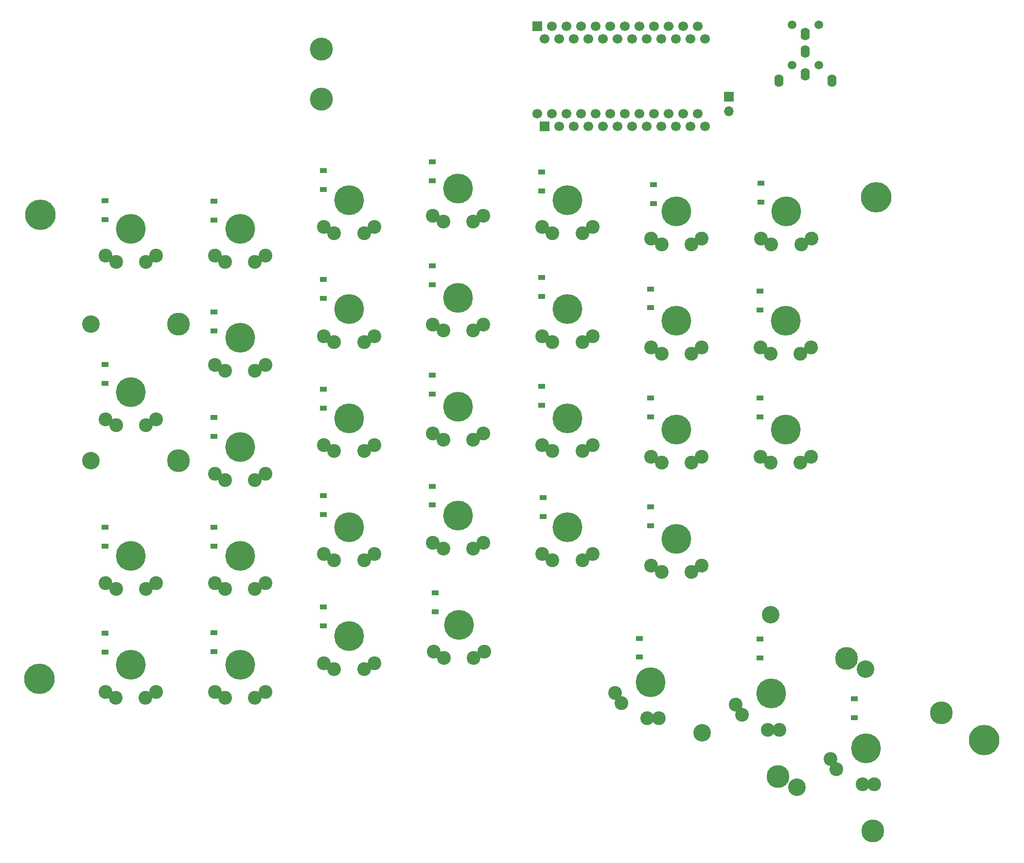
<source format=gbr>
%TF.GenerationSoftware,KiCad,Pcbnew,6.0.11-2627ca5db0~126~ubuntu20.04.1*%
%TF.CreationDate,2023-03-30T17:12:58+02:00*%
%TF.ProjectId,ergodash-low,6572676f-6461-4736-982d-6c6f772e6b69,rev?*%
%TF.SameCoordinates,Original*%
%TF.FileFunction,Soldermask,Top*%
%TF.FilePolarity,Negative*%
%FSLAX46Y46*%
G04 Gerber Fmt 4.6, Leading zero omitted, Abs format (unit mm)*
G04 Created by KiCad (PCBNEW 6.0.11-2627ca5db0~126~ubuntu20.04.1) date 2023-03-30 17:12:58*
%MOMM*%
%LPD*%
G01*
G04 APERTURE LIST*
%ADD10C,1.500000*%
%ADD11O,1.600000X2.200000*%
%ADD12C,5.200000*%
%ADD13C,2.400000*%
%ADD14C,3.987800*%
%ADD15C,3.048000*%
%ADD16C,4.000000*%
%ADD17C,5.300000*%
%ADD18R,1.700000X1.700000*%
%ADD19O,1.700000X1.700000*%
%ADD20C,1.700000*%
%ADD21R,1.200000X0.900000*%
G04 APERTURE END LIST*
D10*
%TO.C,J2*%
X161750000Y-19487500D03*
X161750000Y-26487500D03*
X157150000Y-26487500D03*
X157150000Y-19487500D03*
D11*
X159450000Y-28087500D03*
X159450000Y-24087500D03*
X159450000Y-21087500D03*
X154850000Y-29187500D03*
X164050000Y-29187500D03*
%TD*%
D12*
%TO.C,SW7*%
X61000000Y-93000000D03*
D13*
X63600000Y-98750000D03*
X65400000Y-97700000D03*
X58400000Y-98750000D03*
X56600000Y-97700000D03*
%TD*%
D12*
%TO.C,SW1*%
X42000000Y-55000000D03*
D13*
X44600000Y-60750000D03*
X46400000Y-59700000D03*
X39400000Y-60750000D03*
X37600000Y-59700000D03*
%TD*%
D12*
%TO.C,SW3*%
X42000000Y-112000000D03*
D13*
X46400000Y-116700000D03*
X44600000Y-117750000D03*
X37600000Y-116700000D03*
X39400000Y-117750000D03*
%TD*%
D12*
%TO.C,SW21*%
X118000000Y-69000000D03*
D13*
X122400000Y-73700000D03*
X120600000Y-74750000D03*
X115400000Y-74750000D03*
X113600000Y-73700000D03*
%TD*%
D12*
%TO.C,SW15*%
X99000000Y-48000000D03*
D13*
X103400000Y-52700000D03*
X101600000Y-53750000D03*
X96400000Y-53750000D03*
X94600000Y-52700000D03*
%TD*%
D12*
%TO.C,SW11*%
X80000000Y-69000000D03*
D13*
X84400000Y-73700000D03*
X82600000Y-74750000D03*
X77400000Y-74750000D03*
X75600000Y-73700000D03*
%TD*%
D12*
%TO.C,SW32*%
X156000000Y-90000000D03*
D13*
X160400000Y-94700000D03*
X158600000Y-95750000D03*
X153400000Y-95750000D03*
X151600000Y-94700000D03*
%TD*%
D14*
%TO.C,SW29*%
X166599040Y-129821798D03*
D12*
X153500000Y-136000000D03*
D15*
X141500813Y-142813202D03*
D14*
X154699040Y-150433202D03*
D15*
X153400813Y-122201798D03*
D13*
X154960512Y-142270319D03*
X152876666Y-142279646D03*
X148373334Y-139679646D03*
X147339488Y-137870319D03*
%TD*%
D12*
%TO.C,SW25*%
X137000000Y-52000000D03*
D13*
X139600000Y-57750000D03*
X141400000Y-56700000D03*
X132600000Y-56700000D03*
X134400000Y-57750000D03*
%TD*%
D12*
%TO.C,SW14*%
X80000000Y-126000000D03*
D13*
X84400000Y-130700000D03*
X82600000Y-131750000D03*
X75600000Y-130700000D03*
X77400000Y-131750000D03*
%TD*%
D12*
%TO.C,SW24*%
X132500000Y-134000000D03*
D13*
X131876666Y-140279646D03*
X133960512Y-140270319D03*
X127373334Y-137679646D03*
X126339488Y-135870319D03*
%TD*%
D16*
%TO.C,H6*%
X75150000Y-32400000D03*
%TD*%
D12*
%TO.C,SW8*%
X61000000Y-112000000D03*
D13*
X63600000Y-117750000D03*
X65400000Y-116700000D03*
X58400000Y-117750000D03*
X56600000Y-116700000D03*
%TD*%
D14*
%TO.C,SW33*%
X183099040Y-139321798D03*
D12*
X170000000Y-145500000D03*
D14*
X171199040Y-159933202D03*
D15*
X158000813Y-152313202D03*
X169900813Y-131701798D03*
D13*
X169376666Y-151779646D03*
X171460512Y-151770319D03*
X164873334Y-149179646D03*
X163839488Y-147370319D03*
%TD*%
D12*
%TO.C,SW16*%
X99000000Y-67000000D03*
D13*
X103400000Y-71700000D03*
X101600000Y-72750000D03*
X94600000Y-71700000D03*
X96400000Y-72750000D03*
%TD*%
D12*
%TO.C,SW31*%
X156000000Y-71000000D03*
D13*
X158600000Y-76750000D03*
X160400000Y-75700000D03*
X151600000Y-75700000D03*
X153400000Y-76750000D03*
%TD*%
D12*
%TO.C,SW9*%
X61000000Y-131000000D03*
D13*
X65400000Y-135700000D03*
X63600000Y-136750000D03*
X56600000Y-135700000D03*
X58400000Y-136750000D03*
%TD*%
D17*
%TO.C,H3*%
X26100000Y-133400000D03*
%TD*%
%TO.C,H1*%
X26200000Y-52600000D03*
%TD*%
D12*
%TO.C,SW6*%
X61000000Y-74000000D03*
D13*
X65400000Y-78700000D03*
X63600000Y-79750000D03*
X56600000Y-78700000D03*
X58400000Y-79750000D03*
%TD*%
D12*
%TO.C,SW27*%
X137000000Y-90000000D03*
D13*
X141400000Y-94700000D03*
X139600000Y-95750000D03*
X134400000Y-95750000D03*
X132600000Y-94700000D03*
%TD*%
D12*
%TO.C,SW5*%
X61000000Y-55000000D03*
D13*
X65400000Y-59700000D03*
X63600000Y-60750000D03*
X58400000Y-60750000D03*
X56600000Y-59700000D03*
%TD*%
D12*
%TO.C,SW28*%
X137000000Y-109000000D03*
D13*
X139600000Y-114750000D03*
X141400000Y-113700000D03*
X132600000Y-113700000D03*
X134400000Y-114750000D03*
%TD*%
D18*
%TO.C,J1*%
X146150000Y-31975000D03*
D19*
X146150000Y-34515000D03*
%TD*%
D17*
%TO.C,H2*%
X171800000Y-49500000D03*
%TD*%
D12*
%TO.C,SW4*%
X41950000Y-131000000D03*
D13*
X44550000Y-136750000D03*
X46350000Y-135700000D03*
X39350000Y-136750000D03*
X37550000Y-135700000D03*
%TD*%
D12*
%TO.C,SW19*%
X99100000Y-124000000D03*
D13*
X101700000Y-129750000D03*
X103500000Y-128700000D03*
X96500000Y-129750000D03*
X94700000Y-128700000D03*
%TD*%
D18*
%TO.C,U1*%
X114030000Y-37120000D03*
D20*
X116570000Y-37120000D03*
X119110000Y-37120000D03*
X121650000Y-37120000D03*
X124190000Y-37120000D03*
X126730000Y-37120000D03*
X129270000Y-37120000D03*
X131810000Y-37120000D03*
X134350000Y-37120000D03*
X136890000Y-37120000D03*
X139430000Y-37120000D03*
X141970000Y-37120000D03*
X141970000Y-21880000D03*
X139430000Y-21880000D03*
X136890000Y-21880000D03*
X134350000Y-21880000D03*
X131810000Y-21880000D03*
X129270000Y-21880000D03*
X126730000Y-21880000D03*
X124190000Y-21880000D03*
X121650000Y-21880000D03*
X119110000Y-21880000D03*
X116570000Y-21880000D03*
X114030000Y-21880000D03*
%TD*%
D12*
%TO.C,SW26*%
X137000000Y-71000000D03*
D13*
X141400000Y-75700000D03*
X139600000Y-76750000D03*
X132600000Y-75700000D03*
X134400000Y-76750000D03*
%TD*%
D12*
%TO.C,SW17*%
X99000000Y-86000000D03*
D13*
X101600000Y-91750000D03*
X103400000Y-90700000D03*
X94600000Y-90700000D03*
X96400000Y-91750000D03*
%TD*%
D12*
%TO.C,SW12*%
X80000000Y-88000000D03*
D13*
X84400000Y-92700000D03*
X82600000Y-93750000D03*
X75600000Y-92700000D03*
X77400000Y-93750000D03*
%TD*%
D12*
%TO.C,SW22*%
X118000000Y-88000000D03*
D13*
X120600000Y-93750000D03*
X122400000Y-92700000D03*
X113600000Y-92700000D03*
X115400000Y-93750000D03*
%TD*%
D17*
%TO.C,H4*%
X190600000Y-144100000D03*
%TD*%
D12*
%TO.C,SW23*%
X118000000Y-107000000D03*
D13*
X120600000Y-112750000D03*
X122400000Y-111700000D03*
X115400000Y-112750000D03*
X113600000Y-111700000D03*
%TD*%
D12*
%TO.C,SW10*%
X80000000Y-50000000D03*
D13*
X84400000Y-54700000D03*
X82600000Y-55750000D03*
X75600000Y-54700000D03*
X77400000Y-55750000D03*
%TD*%
D12*
%TO.C,SW13*%
X80000000Y-107000000D03*
D13*
X82600000Y-112750000D03*
X84400000Y-111700000D03*
X75600000Y-111700000D03*
X77400000Y-112750000D03*
%TD*%
D12*
%TO.C,SW20*%
X118000000Y-50000000D03*
D13*
X122400000Y-54700000D03*
X120600000Y-55750000D03*
X113600000Y-54700000D03*
X115400000Y-55750000D03*
%TD*%
D12*
%TO.C,SW30*%
X156100000Y-52000000D03*
D13*
X158700000Y-57750000D03*
X160500000Y-56700000D03*
X151700000Y-56700000D03*
X153500000Y-57750000D03*
%TD*%
D16*
%TO.C,H5*%
X75200000Y-23700000D03*
%TD*%
D12*
%TO.C,SW2*%
X42000000Y-83500000D03*
D15*
X35015000Y-71600000D03*
X35015000Y-95400000D03*
D14*
X50255000Y-95400000D03*
X50255000Y-71600000D03*
D13*
X46400000Y-88200000D03*
X44600000Y-89250000D03*
X39400000Y-89250000D03*
X37600000Y-88200000D03*
%TD*%
D12*
%TO.C,SW18*%
X99000000Y-105000000D03*
D13*
X103400000Y-109700000D03*
X101600000Y-110750000D03*
X94600000Y-109700000D03*
X96400000Y-110750000D03*
%TD*%
D21*
%TO.C,D12*%
X75500000Y-82975000D03*
X75500000Y-86275000D03*
%TD*%
%TO.C,D9*%
X56500000Y-125350000D03*
X56500000Y-128650000D03*
%TD*%
%TO.C,D2*%
X37500000Y-78600000D03*
X37500000Y-81900000D03*
%TD*%
%TO.C,D23*%
X113800000Y-101850000D03*
X113800000Y-105150000D03*
%TD*%
%TO.C,D13*%
X75500000Y-101475000D03*
X75500000Y-104775000D03*
%TD*%
%TO.C,D25*%
X133000000Y-47350000D03*
X133000000Y-50650000D03*
%TD*%
%TO.C,D32*%
X151500000Y-84475000D03*
X151500000Y-87775000D03*
%TD*%
%TO.C,D16*%
X94500000Y-61475000D03*
X94500000Y-64775000D03*
%TD*%
D18*
%TO.C,U2*%
X112780000Y-19680000D03*
D20*
X115320000Y-19680000D03*
X117860000Y-19680000D03*
X120400000Y-19680000D03*
X122940000Y-19680000D03*
X125480000Y-19680000D03*
X128020000Y-19680000D03*
X130560000Y-19680000D03*
X133100000Y-19680000D03*
X135640000Y-19680000D03*
X138180000Y-19680000D03*
X140720000Y-19680000D03*
X140720000Y-34920000D03*
X138180000Y-34920000D03*
X135640000Y-34920000D03*
X133100000Y-34920000D03*
X130560000Y-34920000D03*
X128020000Y-34920000D03*
X125480000Y-34920000D03*
X122940000Y-34920000D03*
X120400000Y-34920000D03*
X117860000Y-34920000D03*
X115320000Y-34920000D03*
X112780000Y-34920000D03*
%TD*%
D21*
%TO.C,D17*%
X94500000Y-80475000D03*
X94500000Y-83775000D03*
%TD*%
%TO.C,D24*%
X130500000Y-126350000D03*
X130500000Y-129650000D03*
%TD*%
%TO.C,D27*%
X132500000Y-84475000D03*
X132500000Y-87775000D03*
%TD*%
%TO.C,D15*%
X94500000Y-43350000D03*
X94500000Y-46650000D03*
%TD*%
%TO.C,D19*%
X95000000Y-118475000D03*
X95000000Y-121775000D03*
%TD*%
%TO.C,D22*%
X113500000Y-82475000D03*
X113500000Y-85775000D03*
%TD*%
%TO.C,D30*%
X151750000Y-47100000D03*
X151750000Y-50400000D03*
%TD*%
%TO.C,D29*%
X151500000Y-126475000D03*
X151500000Y-129775000D03*
%TD*%
%TO.C,D33*%
X168000000Y-136850000D03*
X168000000Y-140150000D03*
%TD*%
%TO.C,D31*%
X151500000Y-65850000D03*
X151500000Y-69150000D03*
%TD*%
%TO.C,D11*%
X75500000Y-63850000D03*
X75500000Y-67150000D03*
%TD*%
%TO.C,D5*%
X56500000Y-50175000D03*
X56500000Y-53475000D03*
%TD*%
%TO.C,D14*%
X75500000Y-120850000D03*
X75500000Y-124150000D03*
%TD*%
%TO.C,D10*%
X75500000Y-44850000D03*
X75500000Y-48150000D03*
%TD*%
%TO.C,D18*%
X94500000Y-99850000D03*
X94500000Y-103150000D03*
%TD*%
%TO.C,D3*%
X37500000Y-106975000D03*
X37500000Y-110275000D03*
%TD*%
%TO.C,D1*%
X37500000Y-50125000D03*
X37500000Y-53425000D03*
%TD*%
%TO.C,D28*%
X132500000Y-103475000D03*
X132500000Y-106775000D03*
%TD*%
%TO.C,D26*%
X132500000Y-65475000D03*
X132500000Y-68775000D03*
%TD*%
%TO.C,D20*%
X113500000Y-45100000D03*
X113500000Y-48400000D03*
%TD*%
%TO.C,D4*%
X37500000Y-125475000D03*
X37500000Y-128775000D03*
%TD*%
%TO.C,D21*%
X113500000Y-63475000D03*
X113500000Y-66775000D03*
%TD*%
%TO.C,D8*%
X56500000Y-106975000D03*
X56500000Y-110275000D03*
%TD*%
%TO.C,D6*%
X56500000Y-69500000D03*
X56500000Y-72800000D03*
%TD*%
%TO.C,D7*%
X56500000Y-87850000D03*
X56500000Y-91150000D03*
%TD*%
M02*

</source>
